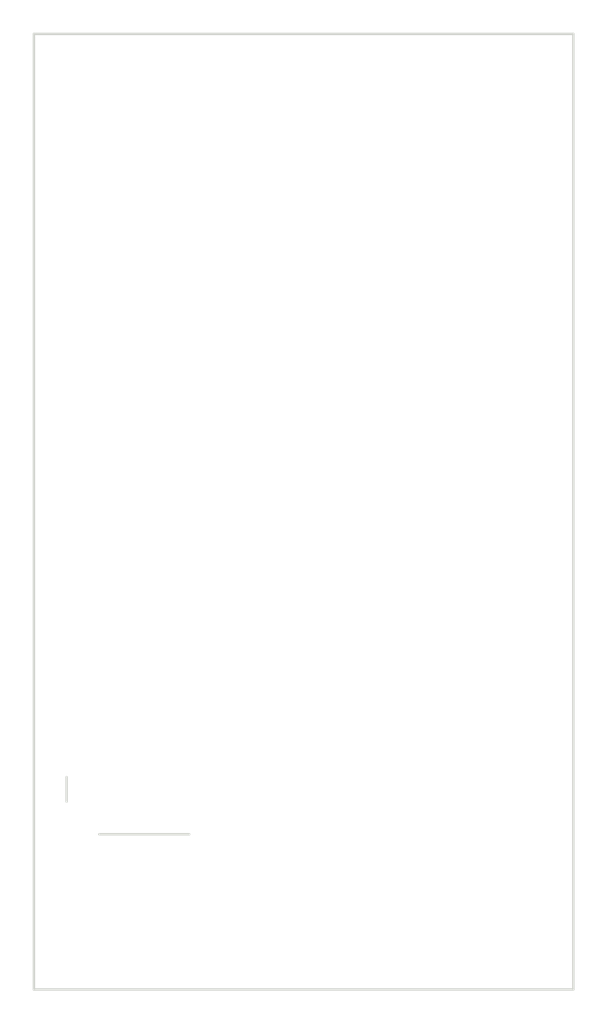
<source format=kicad_pcb>
(kicad_pcb (version 4) (host pcbnew "(2014-07-12 BZR 4289 GOST-COMMITTERS)-product")

  (general
    (links 0)
    (no_connects 0)
    (area 97.924999 47.924999 135.075001 110.575001)
    (thickness 1.6)
    (drawings 29)
    (tracks 0)
    (zones 0)
    (modules 0)
    (nets 1)
  )

  (page A4)
  (layers
    (0 F.Cu signal)
    (31 B.Cu signal)
    (36 B.SilkS user)
    (37 F.SilkS user)
    (38 B.Mask user)
    (39 F.Mask user)
    (40 Dwgs.User user)
    (44 Edge.Cuts user)
  )

  (setup
    (last_trace_width 0.2)
    (trace_clearance 0.2)
    (zone_clearance 0.3)
    (zone_45_only no)
    (trace_min 0.2)
    (segment_width 0.15)
    (edge_width 0.15)
    (via_size 0.7)
    (via_drill 0.3)
    (via_min_size 0.7)
    (via_min_drill 0.3)
    (uvia_size 0.7)
    (uvia_drill 0.3)
    (uvias_allowed no)
    (uvia_min_size 0.508)
    (uvia_min_drill 0.127)
    (pcb_text_width 0.3)
    (pcb_text_size 1.5 1.5)
    (mod_edge_width 0.15)
    (mod_text_size 1.5 1.5)
    (mod_text_width 0.15)
    (pad_size 1.5 1.5)
    (pad_drill 0.8)
    (pad_to_mask_clearance 0.2)
    (aux_axis_origin 133 108.5)
    (grid_origin 100 50)
    (visible_elements 7FFFFF7F)
    (pcbplotparams
      (layerselection 0x010f0_80000001)
      (usegerberextensions true)
      (gerberprecision 5)
      (excludeedgelayer true)
      (linewidth 0.150000)
      (plotframeref false)
      (viasonmask false)
      (mode 1)
      (useauxorigin false)
      (hpglpennumber 1)
      (hpglpenspeed 20)
      (hpglpendiameter 15)
      (hpglpenoverlay 2)
      (psnegative false)
      (psa4output false)
      (plotreference true)
      (plotvalue true)
      (plotinvisibletext false)
      (padsonsilk false)
      (subtractmaskfromsilk false)
      (outputformat 1)
      (mirror false)
      (drillshape 0)
      (scaleselection 1)
      (outputdirectory Gerber/))
  )

  (net 0 "")

  (net_class Default "Это класс цепей по умолчанию."
    (clearance 0.2)
    (trace_width 0.2)
    (via_dia 0.7)
    (via_drill 0.3)
    (uvia_dia 0.7)
    (uvia_drill 0.3)
  )

  (net_class wide ""
    (clearance 0.2)
    (trace_width 0.5)
    (via_dia 0.7)
    (via_drill 0.3)
    (uvia_dia 0.7)
    (uvia_drill 0.3)
  )

  (gr_text top (at 104 98) (layer Dwgs.User)
    (effects (font (size 1.5 1.5) (thickness 0.3)))
  )
  (gr_text bottom (at 116.5 52.5) (layer Dwgs.User)
    (effects (font (size 1.5 1.5) (thickness 0.3)))
  )
  (gr_text bottom (at 116.5 106.5) (layer Dwgs.User)
    (effects (font (size 1.5 1.5) (thickness 0.3)))
  )
  (gr_line (start 118.5 51) (end 118.5 50) (angle 90) (layer Dwgs.User) (width 0.15))
  (gr_line (start 114.5 51) (end 118.5 51) (angle 90) (layer Dwgs.User) (width 0.15))
  (gr_line (start 114.5 50) (end 114.5 51) (angle 90) (layer Dwgs.User) (width 0.15))
  (gr_line (start 118.5 107.5) (end 118.5 108.5) (angle 90) (layer Dwgs.User) (width 0.15))
  (gr_line (start 114.5 107.5) (end 118.5 107.5) (angle 90) (layer Dwgs.User) (width 0.15))
  (gr_line (start 114.5 108.5) (end 114.5 107.5) (angle 90) (layer Dwgs.User) (width 0.15))
  (gr_line (start 116.5 107.5) (end 116.5 110.5) (angle 90) (layer Dwgs.User) (width 0.15))
  (gr_line (start 116.5 51) (end 116.5 48) (angle 90) (layer Dwgs.User) (width 0.15))
  (gr_line (start 133 108.5) (end 133 50) (angle 90) (layer Edge.Cuts) (width 0.15))
  (gr_line (start 100 108.5) (end 100 50) (angle 90) (layer Edge.Cuts) (width 0.15))
  (gr_line (start 109.5 99) (end 104 99) (angle 90) (layer Edge.Cuts) (width 0.15))
  (gr_line (start 102 97) (end 102 95.5) (angle 90) (layer Edge.Cuts) (width 0.15))
  (gr_line (start 117 79.5) (end 119 79.5) (angle 90) (layer Dwgs.User) (width 0.15))
  (gr_text 0x0 (at 118.25 79) (layer Dwgs.User)
    (effects (font (size 0.6 0.6) (thickness 0.15)))
  )
  (gr_line (start 117.25 79.25) (end 117 79.5) (angle 90) (layer Dwgs.User) (width 0.15))
  (gr_line (start 117.25 79.75) (end 117.25 79.25) (angle 90) (layer Dwgs.User) (width 0.15))
  (gr_line (start 117 79.5) (end 117.25 79.75) (angle 90) (layer Dwgs.User) (width 0.15))
  (gr_circle (center 116.5 79.5) (end 116.75 79.5) (layer Dwgs.User) (width 0.15))
  (gr_line (start 101 79.5) (end 98 79.5) (angle 90) (layer Dwgs.User) (width 0.15))
  (gr_line (start 132 79.5) (end 135 79.5) (angle 90) (layer Dwgs.User) (width 0.15))
  (gr_line (start 102 60) (end 131 60) (angle 90) (layer Dwgs.User) (width 0.15))
  (gr_line (start 102 99) (end 102 60) (angle 90) (layer Dwgs.User) (width 0.15))
  (gr_line (start 131 99) (end 102 99) (angle 90) (layer Dwgs.User) (width 0.15))
  (gr_line (start 131 60) (end 131 99) (angle 90) (layer Dwgs.User) (width 0.15))
  (gr_line (start 133 108.5) (end 100 108.5) (angle 90) (layer Edge.Cuts) (width 0.15))
  (gr_line (start 100 50) (end 133 50) (angle 90) (layer Edge.Cuts) (width 0.15) (tstamp 5A05C409))

)

</source>
